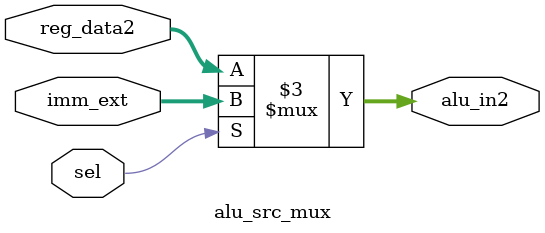
<source format=v>
module alu_src_mux (
    input  wire [31:0] reg_data2,  
    input  wire [31:0] imm_ext,    
    input  wire        sel,        
    output reg  [31:0] alu_in2     
);

    always @(*) begin
        if (sel)
            alu_in2 = imm_ext;
        else
            alu_in2 = reg_data2;
    end
endmodule

</source>
